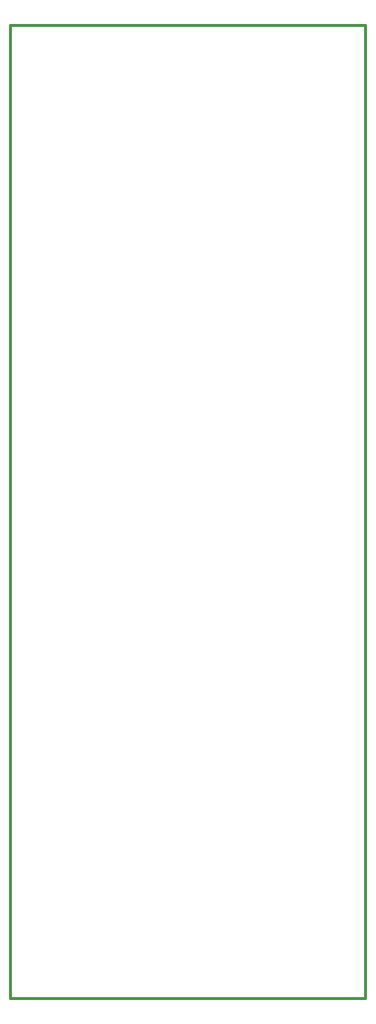
<source format=gbr>
G04 DesignSpark PCB Gerber Version 9.0 Build 5138 *
%FSLAX35Y35*%
%MOMM*%
%ADD13C,0.30480*%
X0Y0D02*
D02*
D13*
X15240Y15240D02*
X4040240D01*
Y11015240*
X15240*
Y15240*
X0Y0D02*
M02*

</source>
